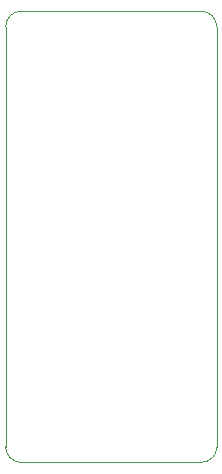
<source format=gbr>
%TF.GenerationSoftware,KiCad,Pcbnew,(6.0.4)*%
%TF.CreationDate,2022-05-03T13:29:39+02:00*%
%TF.ProjectId,nano_samc21e,6e616e6f-5f73-4616-9d63-3231652e6b69,rev?*%
%TF.SameCoordinates,Original*%
%TF.FileFunction,Profile,NP*%
%FSLAX46Y46*%
G04 Gerber Fmt 4.6, Leading zero omitted, Abs format (unit mm)*
G04 Created by KiCad (PCBNEW (6.0.4)) date 2022-05-03 13:29:39*
%MOMM*%
%LPD*%
G01*
G04 APERTURE LIST*
%TA.AperFunction,Profile*%
%ADD10C,0.050000*%
%TD*%
G04 APERTURE END LIST*
D10*
X15309200Y-16470000D02*
X15309200Y-52030000D01*
X31870000Y-53350800D02*
G75*
G03*
X33190800Y-52030000I0J1320800D01*
G01*
X31870000Y-15149200D02*
X16630000Y-15149200D01*
X16630000Y-53350800D02*
X31870000Y-53350800D01*
X33190800Y-52030000D02*
X33190800Y-16470000D01*
X15309200Y-52030000D02*
G75*
G03*
X16630000Y-53350800I1320800J0D01*
G01*
X33190800Y-16470000D02*
G75*
G03*
X31870000Y-15149200I-1320800J0D01*
G01*
X16630000Y-15149200D02*
G75*
G03*
X15309200Y-16470000I0J-1320800D01*
G01*
M02*

</source>
